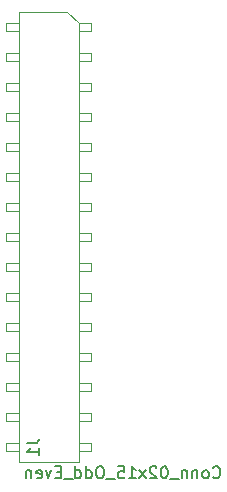
<source format=gbr>
%TF.GenerationSoftware,KiCad,Pcbnew,7.0.7-7.0.7~ubuntu23.04.1*%
%TF.CreationDate,2023-09-19T04:43:30+00:00*%
%TF.ProjectId,m5-pantilt,6d352d70-616e-4746-996c-742e6b696361,1*%
%TF.SameCoordinates,Original*%
%TF.FileFunction,AssemblyDrawing,Bot*%
%FSLAX46Y46*%
G04 Gerber Fmt 4.6, Leading zero omitted, Abs format (unit mm)*
G04 Created by KiCad (PCBNEW 7.0.7-7.0.7~ubuntu23.04.1) date 2023-09-19 04:43:30*
%MOMM*%
%LPD*%
G01*
G04 APERTURE LIST*
%ADD10C,0.150000*%
%ADD11C,0.100000*%
G04 APERTURE END LIST*
D10*
X120139658Y-95330380D02*
X120187277Y-95378000D01*
X120187277Y-95378000D02*
X120330134Y-95425619D01*
X120330134Y-95425619D02*
X120425372Y-95425619D01*
X120425372Y-95425619D02*
X120568229Y-95378000D01*
X120568229Y-95378000D02*
X120663467Y-95282761D01*
X120663467Y-95282761D02*
X120711086Y-95187523D01*
X120711086Y-95187523D02*
X120758705Y-94997047D01*
X120758705Y-94997047D02*
X120758705Y-94854190D01*
X120758705Y-94854190D02*
X120711086Y-94663714D01*
X120711086Y-94663714D02*
X120663467Y-94568476D01*
X120663467Y-94568476D02*
X120568229Y-94473238D01*
X120568229Y-94473238D02*
X120425372Y-94425619D01*
X120425372Y-94425619D02*
X120330134Y-94425619D01*
X120330134Y-94425619D02*
X120187277Y-94473238D01*
X120187277Y-94473238D02*
X120139658Y-94520857D01*
X119568229Y-95425619D02*
X119663467Y-95378000D01*
X119663467Y-95378000D02*
X119711086Y-95330380D01*
X119711086Y-95330380D02*
X119758705Y-95235142D01*
X119758705Y-95235142D02*
X119758705Y-94949428D01*
X119758705Y-94949428D02*
X119711086Y-94854190D01*
X119711086Y-94854190D02*
X119663467Y-94806571D01*
X119663467Y-94806571D02*
X119568229Y-94758952D01*
X119568229Y-94758952D02*
X119425372Y-94758952D01*
X119425372Y-94758952D02*
X119330134Y-94806571D01*
X119330134Y-94806571D02*
X119282515Y-94854190D01*
X119282515Y-94854190D02*
X119234896Y-94949428D01*
X119234896Y-94949428D02*
X119234896Y-95235142D01*
X119234896Y-95235142D02*
X119282515Y-95330380D01*
X119282515Y-95330380D02*
X119330134Y-95378000D01*
X119330134Y-95378000D02*
X119425372Y-95425619D01*
X119425372Y-95425619D02*
X119568229Y-95425619D01*
X118806324Y-94758952D02*
X118806324Y-95425619D01*
X118806324Y-94854190D02*
X118758705Y-94806571D01*
X118758705Y-94806571D02*
X118663467Y-94758952D01*
X118663467Y-94758952D02*
X118520610Y-94758952D01*
X118520610Y-94758952D02*
X118425372Y-94806571D01*
X118425372Y-94806571D02*
X118377753Y-94901809D01*
X118377753Y-94901809D02*
X118377753Y-95425619D01*
X117901562Y-94758952D02*
X117901562Y-95425619D01*
X117901562Y-94854190D02*
X117853943Y-94806571D01*
X117853943Y-94806571D02*
X117758705Y-94758952D01*
X117758705Y-94758952D02*
X117615848Y-94758952D01*
X117615848Y-94758952D02*
X117520610Y-94806571D01*
X117520610Y-94806571D02*
X117472991Y-94901809D01*
X117472991Y-94901809D02*
X117472991Y-95425619D01*
X117234896Y-95520857D02*
X116472991Y-95520857D01*
X116044419Y-94425619D02*
X115949181Y-94425619D01*
X115949181Y-94425619D02*
X115853943Y-94473238D01*
X115853943Y-94473238D02*
X115806324Y-94520857D01*
X115806324Y-94520857D02*
X115758705Y-94616095D01*
X115758705Y-94616095D02*
X115711086Y-94806571D01*
X115711086Y-94806571D02*
X115711086Y-95044666D01*
X115711086Y-95044666D02*
X115758705Y-95235142D01*
X115758705Y-95235142D02*
X115806324Y-95330380D01*
X115806324Y-95330380D02*
X115853943Y-95378000D01*
X115853943Y-95378000D02*
X115949181Y-95425619D01*
X115949181Y-95425619D02*
X116044419Y-95425619D01*
X116044419Y-95425619D02*
X116139657Y-95378000D01*
X116139657Y-95378000D02*
X116187276Y-95330380D01*
X116187276Y-95330380D02*
X116234895Y-95235142D01*
X116234895Y-95235142D02*
X116282514Y-95044666D01*
X116282514Y-95044666D02*
X116282514Y-94806571D01*
X116282514Y-94806571D02*
X116234895Y-94616095D01*
X116234895Y-94616095D02*
X116187276Y-94520857D01*
X116187276Y-94520857D02*
X116139657Y-94473238D01*
X116139657Y-94473238D02*
X116044419Y-94425619D01*
X115330133Y-94520857D02*
X115282514Y-94473238D01*
X115282514Y-94473238D02*
X115187276Y-94425619D01*
X115187276Y-94425619D02*
X114949181Y-94425619D01*
X114949181Y-94425619D02*
X114853943Y-94473238D01*
X114853943Y-94473238D02*
X114806324Y-94520857D01*
X114806324Y-94520857D02*
X114758705Y-94616095D01*
X114758705Y-94616095D02*
X114758705Y-94711333D01*
X114758705Y-94711333D02*
X114806324Y-94854190D01*
X114806324Y-94854190D02*
X115377752Y-95425619D01*
X115377752Y-95425619D02*
X114758705Y-95425619D01*
X114425371Y-95425619D02*
X113901562Y-94758952D01*
X114425371Y-94758952D02*
X113901562Y-95425619D01*
X112996800Y-95425619D02*
X113568228Y-95425619D01*
X113282514Y-95425619D02*
X113282514Y-94425619D01*
X113282514Y-94425619D02*
X113377752Y-94568476D01*
X113377752Y-94568476D02*
X113472990Y-94663714D01*
X113472990Y-94663714D02*
X113568228Y-94711333D01*
X112092038Y-94425619D02*
X112568228Y-94425619D01*
X112568228Y-94425619D02*
X112615847Y-94901809D01*
X112615847Y-94901809D02*
X112568228Y-94854190D01*
X112568228Y-94854190D02*
X112472990Y-94806571D01*
X112472990Y-94806571D02*
X112234895Y-94806571D01*
X112234895Y-94806571D02*
X112139657Y-94854190D01*
X112139657Y-94854190D02*
X112092038Y-94901809D01*
X112092038Y-94901809D02*
X112044419Y-94997047D01*
X112044419Y-94997047D02*
X112044419Y-95235142D01*
X112044419Y-95235142D02*
X112092038Y-95330380D01*
X112092038Y-95330380D02*
X112139657Y-95378000D01*
X112139657Y-95378000D02*
X112234895Y-95425619D01*
X112234895Y-95425619D02*
X112472990Y-95425619D01*
X112472990Y-95425619D02*
X112568228Y-95378000D01*
X112568228Y-95378000D02*
X112615847Y-95330380D01*
X111853943Y-95520857D02*
X111092038Y-95520857D01*
X110663466Y-94425619D02*
X110472990Y-94425619D01*
X110472990Y-94425619D02*
X110377752Y-94473238D01*
X110377752Y-94473238D02*
X110282514Y-94568476D01*
X110282514Y-94568476D02*
X110234895Y-94758952D01*
X110234895Y-94758952D02*
X110234895Y-95092285D01*
X110234895Y-95092285D02*
X110282514Y-95282761D01*
X110282514Y-95282761D02*
X110377752Y-95378000D01*
X110377752Y-95378000D02*
X110472990Y-95425619D01*
X110472990Y-95425619D02*
X110663466Y-95425619D01*
X110663466Y-95425619D02*
X110758704Y-95378000D01*
X110758704Y-95378000D02*
X110853942Y-95282761D01*
X110853942Y-95282761D02*
X110901561Y-95092285D01*
X110901561Y-95092285D02*
X110901561Y-94758952D01*
X110901561Y-94758952D02*
X110853942Y-94568476D01*
X110853942Y-94568476D02*
X110758704Y-94473238D01*
X110758704Y-94473238D02*
X110663466Y-94425619D01*
X109377752Y-95425619D02*
X109377752Y-94425619D01*
X109377752Y-95378000D02*
X109472990Y-95425619D01*
X109472990Y-95425619D02*
X109663466Y-95425619D01*
X109663466Y-95425619D02*
X109758704Y-95378000D01*
X109758704Y-95378000D02*
X109806323Y-95330380D01*
X109806323Y-95330380D02*
X109853942Y-95235142D01*
X109853942Y-95235142D02*
X109853942Y-94949428D01*
X109853942Y-94949428D02*
X109806323Y-94854190D01*
X109806323Y-94854190D02*
X109758704Y-94806571D01*
X109758704Y-94806571D02*
X109663466Y-94758952D01*
X109663466Y-94758952D02*
X109472990Y-94758952D01*
X109472990Y-94758952D02*
X109377752Y-94806571D01*
X108472990Y-95425619D02*
X108472990Y-94425619D01*
X108472990Y-95378000D02*
X108568228Y-95425619D01*
X108568228Y-95425619D02*
X108758704Y-95425619D01*
X108758704Y-95425619D02*
X108853942Y-95378000D01*
X108853942Y-95378000D02*
X108901561Y-95330380D01*
X108901561Y-95330380D02*
X108949180Y-95235142D01*
X108949180Y-95235142D02*
X108949180Y-94949428D01*
X108949180Y-94949428D02*
X108901561Y-94854190D01*
X108901561Y-94854190D02*
X108853942Y-94806571D01*
X108853942Y-94806571D02*
X108758704Y-94758952D01*
X108758704Y-94758952D02*
X108568228Y-94758952D01*
X108568228Y-94758952D02*
X108472990Y-94806571D01*
X108234895Y-95520857D02*
X107472990Y-95520857D01*
X107234894Y-94901809D02*
X106901561Y-94901809D01*
X106758704Y-95425619D02*
X107234894Y-95425619D01*
X107234894Y-95425619D02*
X107234894Y-94425619D01*
X107234894Y-94425619D02*
X106758704Y-94425619D01*
X106425370Y-94758952D02*
X106187275Y-95425619D01*
X106187275Y-95425619D02*
X105949180Y-94758952D01*
X105187275Y-95378000D02*
X105282513Y-95425619D01*
X105282513Y-95425619D02*
X105472989Y-95425619D01*
X105472989Y-95425619D02*
X105568227Y-95378000D01*
X105568227Y-95378000D02*
X105615846Y-95282761D01*
X105615846Y-95282761D02*
X105615846Y-94901809D01*
X105615846Y-94901809D02*
X105568227Y-94806571D01*
X105568227Y-94806571D02*
X105472989Y-94758952D01*
X105472989Y-94758952D02*
X105282513Y-94758952D01*
X105282513Y-94758952D02*
X105187275Y-94806571D01*
X105187275Y-94806571D02*
X105139656Y-94901809D01*
X105139656Y-94901809D02*
X105139656Y-94997047D01*
X105139656Y-94997047D02*
X105615846Y-95092285D01*
X104711084Y-94758952D02*
X104711084Y-95425619D01*
X104711084Y-94854190D02*
X104663465Y-94806571D01*
X104663465Y-94806571D02*
X104568227Y-94758952D01*
X104568227Y-94758952D02*
X104425370Y-94758952D01*
X104425370Y-94758952D02*
X104330132Y-94806571D01*
X104330132Y-94806571D02*
X104282513Y-94901809D01*
X104282513Y-94901809D02*
X104282513Y-95425619D01*
X104384819Y-92446666D02*
X105099104Y-92446666D01*
X105099104Y-92446666D02*
X105241961Y-92399047D01*
X105241961Y-92399047D02*
X105337200Y-92303809D01*
X105337200Y-92303809D02*
X105384819Y-92160952D01*
X105384819Y-92160952D02*
X105384819Y-92065714D01*
X105384819Y-93446666D02*
X105384819Y-92875238D01*
X105384819Y-93160952D02*
X104384819Y-93160952D01*
X104384819Y-93160952D02*
X104527676Y-93065714D01*
X104527676Y-93065714D02*
X104622914Y-92970476D01*
X104622914Y-92970476D02*
X104670533Y-92875238D01*
D11*
%TO.C,J1*%
X109800000Y-93100000D02*
X108740000Y-93100000D01*
X109800000Y-92460000D02*
X109800000Y-93100000D01*
X109800000Y-90560000D02*
X108740000Y-90560000D01*
X109800000Y-89920000D02*
X109800000Y-90560000D01*
X109800000Y-88020000D02*
X108740000Y-88020000D01*
X109800000Y-87380000D02*
X109800000Y-88020000D01*
X109800000Y-85480000D02*
X108740000Y-85480000D01*
X109800000Y-84840000D02*
X109800000Y-85480000D01*
X109800000Y-82940000D02*
X108740000Y-82940000D01*
X109800000Y-82300000D02*
X109800000Y-82940000D01*
X109800000Y-80400000D02*
X108740000Y-80400000D01*
X109800000Y-79760000D02*
X109800000Y-80400000D01*
X109800000Y-77860000D02*
X108740000Y-77860000D01*
X109800000Y-77220000D02*
X109800000Y-77860000D01*
X109800000Y-75320000D02*
X108740000Y-75320000D01*
X109800000Y-74680000D02*
X109800000Y-75320000D01*
X109800000Y-72780000D02*
X108740000Y-72780000D01*
X109800000Y-72140000D02*
X109800000Y-72780000D01*
X109800000Y-70240000D02*
X108740000Y-70240000D01*
X109800000Y-69600000D02*
X109800000Y-70240000D01*
X109800000Y-67700000D02*
X108740000Y-67700000D01*
X109800000Y-67060000D02*
X109800000Y-67700000D01*
X109800000Y-65160000D02*
X108740000Y-65160000D01*
X109800000Y-64520000D02*
X109800000Y-65160000D01*
X109800000Y-62620000D02*
X108740000Y-62620000D01*
X109800000Y-61980000D02*
X109800000Y-62620000D01*
X109800000Y-60080000D02*
X108740000Y-60080000D01*
X109800000Y-59440000D02*
X109800000Y-60080000D01*
X109800000Y-57540000D02*
X108740000Y-57540000D01*
X109800000Y-56900000D02*
X109800000Y-57540000D01*
X108740000Y-94050000D02*
X108740000Y-56900000D01*
X108740000Y-92460000D02*
X109800000Y-92460000D01*
X108740000Y-89920000D02*
X109800000Y-89920000D01*
X108740000Y-87380000D02*
X109800000Y-87380000D01*
X108740000Y-84840000D02*
X109800000Y-84840000D01*
X108740000Y-82300000D02*
X109800000Y-82300000D01*
X108740000Y-79760000D02*
X109800000Y-79760000D01*
X108740000Y-77220000D02*
X109800000Y-77220000D01*
X108740000Y-74680000D02*
X109800000Y-74680000D01*
X108740000Y-72140000D02*
X109800000Y-72140000D01*
X108740000Y-69600000D02*
X109800000Y-69600000D01*
X108740000Y-67060000D02*
X109800000Y-67060000D01*
X108740000Y-64520000D02*
X109800000Y-64520000D01*
X108740000Y-61980000D02*
X109800000Y-61980000D01*
X108740000Y-59440000D02*
X109800000Y-59440000D01*
X108740000Y-56900000D02*
X109800000Y-56900000D01*
X108740000Y-56900000D02*
X107790000Y-55950000D01*
X107790000Y-55950000D02*
X103660000Y-55950000D01*
X103660000Y-94050000D02*
X108740000Y-94050000D01*
X103660000Y-92460000D02*
X102600000Y-92460000D01*
X103660000Y-89920000D02*
X102600000Y-89920000D01*
X103660000Y-87380000D02*
X102600000Y-87380000D01*
X103660000Y-84840000D02*
X102600000Y-84840000D01*
X103660000Y-82300000D02*
X102600000Y-82300000D01*
X103660000Y-79760000D02*
X102600000Y-79760000D01*
X103660000Y-77220000D02*
X102600000Y-77220000D01*
X103660000Y-74680000D02*
X102600000Y-74680000D01*
X103660000Y-72140000D02*
X102600000Y-72140000D01*
X103660000Y-69600000D02*
X102600000Y-69600000D01*
X103660000Y-67060000D02*
X102600000Y-67060000D01*
X103660000Y-64520000D02*
X102600000Y-64520000D01*
X103660000Y-61980000D02*
X102600000Y-61980000D01*
X103660000Y-59440000D02*
X102600000Y-59440000D01*
X103660000Y-56900000D02*
X102600000Y-56900000D01*
X103660000Y-55950000D02*
X103660000Y-94050000D01*
X102600000Y-93100000D02*
X103660000Y-93100000D01*
X102600000Y-92460000D02*
X102600000Y-93100000D01*
X102600000Y-90560000D02*
X103660000Y-90560000D01*
X102600000Y-89920000D02*
X102600000Y-90560000D01*
X102600000Y-88020000D02*
X103660000Y-88020000D01*
X102600000Y-87380000D02*
X102600000Y-88020000D01*
X102600000Y-85480000D02*
X103660000Y-85480000D01*
X102600000Y-84840000D02*
X102600000Y-85480000D01*
X102600000Y-82940000D02*
X103660000Y-82940000D01*
X102600000Y-82300000D02*
X102600000Y-82940000D01*
X102600000Y-80400000D02*
X103660000Y-80400000D01*
X102600000Y-79760000D02*
X102600000Y-80400000D01*
X102600000Y-77860000D02*
X103660000Y-77860000D01*
X102600000Y-77220000D02*
X102600000Y-77860000D01*
X102600000Y-75320000D02*
X103660000Y-75320000D01*
X102600000Y-74680000D02*
X102600000Y-75320000D01*
X102600000Y-72780000D02*
X103660000Y-72780000D01*
X102600000Y-72140000D02*
X102600000Y-72780000D01*
X102600000Y-70240000D02*
X103660000Y-70240000D01*
X102600000Y-69600000D02*
X102600000Y-70240000D01*
X102600000Y-67700000D02*
X103660000Y-67700000D01*
X102600000Y-67060000D02*
X102600000Y-67700000D01*
X102600000Y-65160000D02*
X103660000Y-65160000D01*
X102600000Y-64520000D02*
X102600000Y-65160000D01*
X102600000Y-62620000D02*
X103660000Y-62620000D01*
X102600000Y-61980000D02*
X102600000Y-62620000D01*
X102600000Y-60080000D02*
X103660000Y-60080000D01*
X102600000Y-59440000D02*
X102600000Y-60080000D01*
X102600000Y-57540000D02*
X103660000Y-57540000D01*
X102600000Y-56900000D02*
X102600000Y-57540000D01*
%TD*%
M02*

</source>
